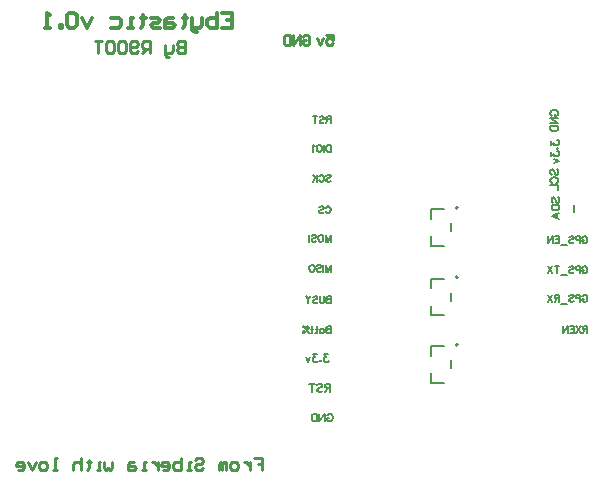
<source format=gbr>
G04*
G04 #@! TF.GenerationSoftware,Altium Limited,Altium Designer,25.5.2 (35)*
G04*
G04 Layer_Color=65535*
%FSLAX44Y44*%
%MOMM*%
G71*
G04*
G04 #@! TF.SameCoordinates,A7D09D84-BF10-4A22-89B3-4961FFB17041*
G04*
G04*
G04 #@! TF.FilePolarity,Positive*
G04*
G01*
G75*
%ADD13C,0.1016*%
%ADD14C,0.2540*%
%ADD15C,0.2000*%
%ADD16C,0.1778*%
%ADD49C,0.1300*%
%ADD50C,0.3000*%
D13*
X275316Y391728D02*
D03*
D14*
X292128Y384204D02*
X293461Y385537D01*
X296127D01*
X297460Y384204D01*
Y378873D01*
X296127Y377540D01*
X293461D01*
X292128Y378873D01*
Y381539D01*
X294794D01*
X289463Y377540D02*
Y385537D01*
X284131Y377540D01*
Y385537D01*
X281465D02*
Y377540D01*
X277467D01*
X276134Y378873D01*
Y384204D01*
X277467Y385537D01*
X281465D01*
X312128D02*
X317460D01*
Y381539D01*
X314794Y382872D01*
X313461D01*
X312128Y381539D01*
Y378873D01*
X313461Y377540D01*
X316127D01*
X317460Y378873D01*
X309463Y382872D02*
X306797Y377540D01*
X304131Y382872D01*
X192460Y380869D02*
Y370872D01*
X187462D01*
X185795Y372538D01*
Y374204D01*
X187462Y375871D01*
X192460D01*
X187462D01*
X185795Y377537D01*
Y379203D01*
X187462Y380869D01*
X192460D01*
X182463Y377537D02*
Y372538D01*
X180797Y370872D01*
X175799D01*
Y369206D01*
X177465Y367540D01*
X179131D01*
X175799Y370872D02*
Y377537D01*
X162470Y370872D02*
Y380869D01*
X157471D01*
X155805Y379203D01*
Y375871D01*
X157471Y374204D01*
X162470D01*
X159137D02*
X155805Y370872D01*
X152473Y372538D02*
X150807Y370872D01*
X147474D01*
X145808Y372538D01*
Y379203D01*
X147474Y380869D01*
X150807D01*
X152473Y379203D01*
Y377537D01*
X150807Y375871D01*
X145808D01*
X137478Y380869D02*
X140810D01*
X142476Y379203D01*
Y372538D01*
X140810Y370872D01*
X137478D01*
X135812Y372538D01*
Y379203D01*
X137478Y380869D01*
X127481D02*
X130813D01*
X132479Y379203D01*
Y372538D01*
X130813Y370872D01*
X127481D01*
X125815Y372538D01*
Y379203D01*
X127481Y380869D01*
X122483D02*
X115818D01*
X119150D01*
Y370872D01*
X250795Y27537D02*
X257460D01*
Y22538D01*
X254128D01*
X257460D01*
Y17540D01*
X247463Y24204D02*
Y17540D01*
Y20872D01*
X245797Y22538D01*
X244131Y24204D01*
X242465D01*
X235800Y17540D02*
X232468D01*
X230802Y19206D01*
Y22538D01*
X232468Y24204D01*
X235800D01*
X237466Y22538D01*
Y19206D01*
X235800Y17540D01*
X227470D02*
Y24204D01*
X225804D01*
X224137Y22538D01*
Y17540D01*
Y22538D01*
X222471Y24204D01*
X220805Y22538D01*
Y17540D01*
X200812Y25871D02*
X202478Y27537D01*
X205810D01*
X207476Y25871D01*
Y24204D01*
X205810Y22538D01*
X202478D01*
X200812Y20872D01*
Y19206D01*
X202478Y17540D01*
X205810D01*
X207476Y19206D01*
X197479Y17540D02*
X194147D01*
X195813D01*
Y24204D01*
X197479D01*
X189149Y27537D02*
Y17540D01*
X184150D01*
X182484Y19206D01*
Y20872D01*
Y22538D01*
X184150Y24204D01*
X189149D01*
X174153Y17540D02*
X177486D01*
X179152Y19206D01*
Y22538D01*
X177486Y24204D01*
X174153D01*
X172487Y22538D01*
Y20872D01*
X179152D01*
X169155Y24204D02*
Y17540D01*
Y20872D01*
X167489Y22538D01*
X165823Y24204D01*
X164157D01*
X159158Y17540D02*
X155826D01*
X157492D01*
Y24204D01*
X159158D01*
X149162D02*
X145829D01*
X144163Y22538D01*
Y17540D01*
X149162D01*
X150828Y19206D01*
X149162Y20872D01*
X144163D01*
X130834Y24204D02*
Y19206D01*
X129168Y17540D01*
X127502Y19206D01*
X125836Y17540D01*
X124170Y19206D01*
Y24204D01*
X120837Y17540D02*
X117505D01*
X119171D01*
Y24204D01*
X120837D01*
X110841Y25871D02*
Y24204D01*
X112507D01*
X109174D01*
X110841D01*
Y19206D01*
X109174Y17540D01*
X104176Y27537D02*
Y17540D01*
Y22538D01*
X102510Y24204D01*
X99178D01*
X97512Y22538D01*
Y17540D01*
X84183D02*
X80850D01*
X82516D01*
Y27537D01*
X84183D01*
X74186Y17540D02*
X70854D01*
X69187Y19206D01*
Y22538D01*
X70854Y24204D01*
X74186D01*
X75852Y22538D01*
Y19206D01*
X74186Y17540D01*
X65855Y24204D02*
X62523Y17540D01*
X59191Y24204D01*
X50860Y17540D02*
X54192D01*
X55858Y19206D01*
Y22538D01*
X54192Y24204D01*
X50860D01*
X49194Y22538D01*
Y20872D01*
X55858D01*
D15*
X423328Y239620D02*
G03*
X423328Y239620I-1000J0D01*
G01*
Y123620D02*
G03*
X423328Y123620I-1000J0D01*
G01*
Y180620D02*
G03*
X423328Y180620I-1000J0D01*
G01*
D16*
X301896Y189941D02*
X302169Y189123D01*
X517594Y165087D02*
X518139Y165632D01*
X532921Y133508D02*
Y139235D01*
X312205Y137053D02*
X312478Y136780D01*
X310070Y115501D02*
X313570D01*
X312478Y136780D02*
X313296Y136508D01*
X501943Y320982D02*
X502580Y321618D01*
X303969Y187214D02*
X304242Y187760D01*
X518139Y139235D02*
X521685D01*
X301787Y161635D02*
X303424Y162181D01*
X307511Y87539D02*
X308147Y87857D01*
X505329Y247689D02*
X505647Y247052D01*
X315751Y210978D02*
Y216705D01*
X305224Y214523D02*
X305496Y215341D01*
X532648Y211071D02*
X532921Y211890D01*
X310133Y160544D02*
Y164635D01*
X508957Y285003D02*
Y285957D01*
X504313Y265393D02*
X505904D01*
X308496Y235108D02*
X309314Y235381D01*
X310133Y315672D02*
Y316217D01*
X531285Y190035D02*
X531830Y189762D01*
X308769Y133508D02*
X309314Y133780D01*
X304647Y86266D02*
X304965Y86584D01*
X306314Y262596D02*
X306860Y262051D01*
X308060Y288542D02*
X308333Y289360D01*
X311387Y185578D02*
Y191305D01*
X306860Y311581D02*
X307678Y311308D01*
X523758Y163178D02*
X524576Y162905D01*
X523485Y139235D02*
X527303Y133508D01*
X302370Y108819D02*
X303325D01*
X504821Y284366D02*
X505139Y283730D01*
X299974Y60250D02*
X300292Y59614D01*
X307514Y189396D02*
X307787Y189941D01*
X505812Y165632D02*
X506630Y165905D01*
X303969Y164362D02*
X304514Y163817D01*
X523485Y187581D02*
X523758Y187308D01*
X509465Y245462D02*
Y246734D01*
X306860Y267233D02*
X307405Y267505D01*
X299605Y211796D02*
Y212614D01*
X523212Y213526D02*
Y214344D01*
X300779Y112319D02*
X301098Y112637D01*
X505267Y268765D02*
X505586Y268129D01*
X307405Y261778D02*
X308496D01*
X304242Y291542D02*
X304514Y292087D01*
X509085Y209708D02*
Y215435D01*
X300461Y111365D02*
X300779Y112319D01*
X508307Y319072D02*
Y320345D01*
X306042Y240017D02*
X306587Y240562D01*
X293551Y133508D02*
X294096Y134053D01*
X529648Y160450D02*
X530194Y160178D01*
X517594Y160996D02*
X518139Y160450D01*
X316901Y59614D02*
X317219Y60250D01*
X317537Y61205D02*
Y62795D01*
X507989Y305645D02*
X508307Y306600D01*
X504503Y277175D02*
X508957Y279084D01*
X298896Y191033D02*
X299442Y191305D01*
X523485Y214890D02*
X523758Y215163D01*
X531285Y215435D02*
X531830Y215163D01*
X518957Y184308D02*
X520048D01*
X502783Y239543D02*
X503102Y238589D01*
X314114Y240835D02*
X314660Y240562D01*
X295732Y139235D02*
X296278D01*
X300696Y317035D02*
X304514D01*
X517594Y214617D02*
X518139Y215163D01*
X312478Y162181D02*
X313296Y161908D01*
X311520Y87539D02*
X312474Y87221D01*
X307951Y216705D02*
X308496Y216432D01*
X315751Y287178D02*
Y292905D01*
X301242Y164362D02*
X302060Y164635D01*
X308465Y88175D02*
X308783Y88811D01*
X504821Y293657D02*
Y294612D01*
X505647Y247052D02*
X506283Y245143D01*
X501767Y270356D02*
X502086Y271311D01*
X315751Y237290D02*
Y238653D01*
X300696Y213705D02*
X302333Y214251D01*
X518685Y212435D02*
X520321Y212981D01*
Y187581D02*
X520867Y187853D01*
X507685Y287548D02*
X508321Y287230D01*
X502722Y264756D02*
X503358Y265074D01*
X309314Y235381D02*
X309860Y235926D01*
X307678Y317035D02*
X308769D01*
X532376Y189217D02*
X532648Y188671D01*
X309860Y134326D02*
X310133Y135144D01*
X304329Y84675D02*
X304965Y84039D01*
X306042Y263142D02*
X306314Y262596D01*
X307787Y287996D02*
X308060Y288542D01*
X309587Y185578D02*
Y191305D01*
X304514Y287996D02*
X305060Y287451D01*
X524576Y162905D02*
X527030D01*
X529103Y137598D02*
Y138144D01*
X303151Y137326D02*
X305060D01*
X508639Y284048D02*
X508957Y285003D01*
X499648Y184308D02*
X503466Y190035D01*
X307242Y189123D02*
X307514Y189396D01*
X505539Y165360D02*
X505812Y165632D01*
X304514Y163271D02*
Y163817D01*
X523758Y187308D02*
X524576Y187035D01*
X507556Y243870D02*
X508511D01*
X306042Y266142D02*
X306314Y266687D01*
X300969Y210978D02*
X302060D01*
X532648Y214072D02*
X532921Y213253D01*
X301734Y112956D02*
X302688D01*
X505586Y268129D02*
X505904Y267811D01*
X308496Y240835D02*
X309314Y240562D01*
X305060Y292633D02*
X305605Y292905D01*
X505539Y215435D02*
X509085D01*
X300461Y110728D02*
X300779Y109774D01*
X507989Y320982D02*
X508307Y320345D01*
X306587Y237563D02*
X307132Y237835D01*
X292460Y133780D02*
X293005Y133508D01*
X529103Y165087D02*
X529648Y165632D01*
X518139Y160450D02*
X518957Y160178D01*
X316264Y58977D02*
X316901Y59614D01*
X312764Y61205D02*
X314355D01*
X501625Y308827D02*
X508307D01*
X504503Y280993D02*
X508957Y279084D01*
X300533Y191305D02*
X301078Y191033D01*
X523758Y212708D02*
X524576Y212435D01*
X531830Y215163D02*
X532376Y214617D01*
X518139Y189762D02*
X518957Y190035D01*
X503102Y238589D02*
X503738Y237952D01*
X312478Y240562D02*
X313024Y240835D01*
X523485Y212981D02*
X523758Y212708D01*
X296005Y137326D02*
X296551D01*
X306860Y313763D02*
X307405Y314035D01*
X523212Y214344D02*
X523485Y214890D01*
X312478Y161635D02*
X313296Y161908D01*
X314355Y65341D02*
X315628D01*
X311933Y263414D02*
X312205Y263960D01*
X313842Y292905D02*
X315751D01*
X302169Y187760D02*
Y189123D01*
X506630Y165905D02*
X509085D01*
X508639Y286912D02*
X508957Y285957D01*
X503358Y265074D02*
X504313Y265393D01*
X311660Y236472D02*
X311933Y235926D01*
X301883Y58659D02*
X304110D01*
X531830Y184580D02*
X532376Y185126D01*
X306860Y133508D02*
Y137326D01*
X304965Y84039D02*
X305920Y83721D01*
X306860Y262051D02*
X307405Y261778D01*
X309314Y212341D02*
X309587Y213160D01*
X304242Y288542D02*
X304514Y287996D01*
X523212Y163996D02*
X523485Y163451D01*
X530466Y139235D02*
X532921D01*
X303969Y133780D02*
X304242Y134599D01*
X502580Y305009D02*
X503216Y304691D01*
X305060Y188305D02*
X306696Y188850D01*
X505266Y164814D02*
X505539Y165360D01*
X303969Y162453D02*
X304242Y162726D01*
X523212Y188126D02*
Y188944D01*
X503102Y244507D02*
X503738Y243870D01*
X314387Y267505D02*
X315205Y267233D01*
X305224Y213160D02*
Y214523D01*
X532376Y210526D02*
X532648Y211071D01*
X300779Y115501D02*
X302688Y112956D01*
X507353Y317800D02*
X507989Y318436D01*
X505904Y267811D02*
X506540Y267492D01*
X309587Y238926D02*
X309860Y239471D01*
X304514Y292087D02*
X305060Y292633D01*
X506903Y212708D02*
X509085D01*
X300779Y109774D02*
X301416Y109138D01*
X305920Y90402D02*
X307192D01*
X507989Y318436D02*
X508307Y319072D01*
X306314Y237290D02*
X306587Y237563D01*
X292187Y134326D02*
X292460Y133780D01*
X530194Y160178D02*
X531285D01*
X517594Y160996D02*
Y161814D01*
X315628Y58659D02*
X316264Y58977D01*
X304965Y90084D02*
X305920Y90402D01*
X507366Y289966D02*
X507685Y289648D01*
X507048Y283094D02*
X508003Y283412D01*
X301078Y191033D02*
X301623Y190487D01*
X524576Y212435D02*
X527030D01*
X528830Y214072D02*
X529103Y214617D01*
X520048Y190035D02*
X520867Y189762D01*
X503738Y237952D02*
X504375Y237634D01*
X314114Y235108D02*
X314660Y235381D01*
X295187Y138144D02*
Y138689D01*
X306587Y313490D02*
X306860Y313763D01*
X523212Y213526D02*
X523485Y212981D01*
X312205Y161362D02*
X312478Y161635D01*
X310883Y83721D02*
X313110Y87221D01*
X311933Y262596D02*
Y263414D01*
X315751Y311308D02*
Y317035D01*
X301896Y186941D02*
X302169Y187760D01*
X517594Y161814D02*
X517867Y162360D01*
X310070Y115501D02*
X311979Y112956D01*
X312205Y134053D02*
X312478Y133780D01*
X503216Y321936D02*
X504171Y322254D01*
X303969Y186396D02*
X304514Y185851D01*
X519503Y136508D02*
X521685D01*
X296452Y108819D02*
X298361Y113274D01*
X531285Y184308D02*
X531830Y184580D01*
X309860Y136508D02*
X310133Y135689D01*
X304329Y85630D02*
X304647Y86266D01*
X305224Y213160D02*
X305496Y212341D01*
X308496Y211251D02*
X309042Y211796D01*
X306696Y287178D02*
X307242Y287451D01*
X523485Y165360D02*
X523758Y165632D01*
X529103Y138144D02*
X529376Y138689D01*
X303424Y133508D02*
X303969Y133780D01*
X501943Y305645D02*
X502580Y305009D01*
X305333Y191305D02*
X306424D01*
X505266Y164269D02*
Y164814D01*
X304242Y162726D02*
X304514Y163271D01*
X523212Y188126D02*
X523485Y187581D01*
X502783Y245462D02*
X503102Y244507D01*
X312478Y267233D02*
X313296Y267505D01*
X300151Y216432D02*
X300969Y216705D01*
X531830Y209981D02*
X532376Y210526D01*
X300779Y115501D02*
X304279D01*
X507353Y321618D02*
X507989Y320982D01*
X507495Y267492D02*
X508131Y268129D01*
X309314Y238653D02*
X309587Y238926D01*
X300805Y292905D02*
X301623Y292087D01*
X503739Y209708D02*
Y215435D01*
X300461Y110728D02*
Y111365D01*
X307192Y90402D02*
X308147Y90084D01*
X306042Y235926D02*
Y236744D01*
X293005Y133508D02*
X293551D01*
X307787Y292087D02*
X308060Y291542D01*
X529103Y160996D02*
X529648Y160450D01*
X518957Y160178D02*
X520048D01*
X313083Y59614D02*
X313719Y58977D01*
X505457Y292703D02*
X506412Y292384D01*
Y283094D02*
X507048D01*
X301623Y190487D02*
X301896Y189941D01*
X527030Y209708D02*
Y215435D01*
X530194D02*
X531285D01*
X505266Y190035D02*
X509085D01*
X504375Y237634D02*
X505329Y237316D01*
X312478Y235381D02*
X313024Y235108D01*
X297096Y137871D02*
Y138417D01*
X306314Y312945D02*
X306587Y313490D01*
X521412Y214072D02*
Y214617D01*
X311933Y159999D02*
Y160817D01*
X310883Y88493D02*
Y89130D01*
X312205Y263960D02*
X312478Y264233D01*
X313296Y317035D02*
X315751D01*
X301078Y185851D02*
X301623Y186396D01*
X523212Y163996D02*
Y164814D01*
X311025Y112956D02*
X311979D01*
X311933Y134599D02*
X312205Y134053D01*
X501625Y310927D02*
X508307D01*
X305333Y185578D02*
X306424D01*
X516339Y133508D02*
Y139235D01*
X315751Y158908D02*
Y164635D01*
X305601Y86902D02*
X307511Y87539D01*
X504821Y293657D02*
X505139Y293021D01*
X503738Y248325D02*
X504375D01*
X502086Y271311D02*
X502722Y271947D01*
X315478Y236472D02*
X315751Y237290D01*
X300151Y213433D02*
X300696Y213705D01*
X518139Y212162D02*
X518685Y212435D01*
Y187035D02*
X520321Y187581D01*
X305605Y287178D02*
X306696D01*
X523212Y164814D02*
X523485Y165360D01*
X529103Y137598D02*
X529376Y137053D01*
X304242Y134599D02*
Y139235D01*
X503216Y304691D02*
X504171Y304373D01*
X315751Y185578D02*
Y191305D01*
X505266Y164269D02*
X505539Y163723D01*
X302060Y164635D02*
X303151D01*
X523758Y189762D02*
X524576Y190035D01*
X502783Y245462D02*
Y246734D01*
X315205Y267233D02*
X315751Y266687D01*
X302060Y216705D02*
X302878Y216432D01*
X529648Y209981D02*
X530194Y209708D01*
X306587Y159726D02*
X307132Y159180D01*
X508639Y296203D02*
X508957Y295248D01*
X508131Y268129D02*
X508449Y269083D01*
X311660Y239471D02*
X311933Y240017D01*
Y315399D02*
X312205Y314854D01*
X303969Y290723D02*
X304242Y291542D01*
X499921Y209708D02*
X503739Y215435D01*
X301416Y109138D02*
X302370Y108819D01*
X308147Y90084D02*
X308783Y89448D01*
X306042Y235926D02*
X306587Y235381D01*
X293278Y135417D02*
X293823Y135144D01*
X308333Y289360D02*
Y290723D01*
X528830Y161541D02*
X529103Y160996D01*
X510885Y158269D02*
X515794D01*
X313719Y58977D02*
X314355Y58659D01*
X505139Y293021D02*
X505457Y292703D01*
X502275Y283412D02*
X504821Y285321D01*
X304110Y58659D02*
Y65341D01*
X299442Y191305D02*
X300533D01*
X521139Y163996D02*
X521412Y164541D01*
X312205Y159453D02*
X312478Y159180D01*
X507176Y184308D02*
Y190035D01*
X505329Y237316D02*
X506920D01*
X314660Y235381D02*
X315205Y235926D01*
X295187Y138689D02*
X295732Y139235D01*
X306314Y312126D02*
X306860Y311581D01*
X521139Y213526D02*
X521412Y214072D01*
X311933Y159999D02*
X312205Y159453D01*
X299974Y63750D02*
X300292Y64386D01*
X311933Y262596D02*
X312478Y262051D01*
Y314581D02*
X313296Y314308D01*
X298078Y186941D02*
X298351Y186396D01*
X310388Y112637D02*
X311025Y112956D01*
X312478Y133780D02*
X313296Y133508D01*
X501625Y315382D02*
X508307Y310927D01*
X305496Y215341D02*
X305769Y215887D01*
X307242Y185851D02*
X307787Y186396D01*
X512521Y133508D02*
X516339Y139235D01*
X313296Y158908D02*
X315751D01*
X305920Y83721D02*
X307192D01*
X502275Y292703D02*
X504821Y294612D01*
X508449Y254702D02*
Y258520D01*
X502722Y271947D02*
X503358D01*
X315205Y235926D02*
X315478Y236472D01*
X294533Y164635D02*
X296714Y161908D01*
X299878Y213160D02*
X300151Y213433D01*
X517867Y211890D02*
X518139Y212162D01*
Y186762D02*
X518685Y187035D01*
X508321Y287230D02*
X508639Y286912D01*
X501767Y262211D02*
X502086Y261574D01*
X308496Y267505D02*
X309042Y267233D01*
X313569Y185578D02*
X315751Y191305D01*
X505539Y163723D02*
X505812Y163451D01*
X301242Y159180D02*
X302060Y158908D01*
X523485Y189490D02*
X523758Y189762D01*
X502783Y232670D02*
X509465Y235216D01*
X315751Y266142D02*
Y266687D01*
X302878Y216432D02*
X303424Y215887D01*
X529103Y210526D02*
X529648Y209981D01*
X306314Y160544D02*
X306587Y159726D01*
X507685Y296839D02*
X508321Y296521D01*
X508131Y271311D02*
X508449Y270356D01*
X311933Y240017D02*
X312478Y240562D01*
X312205Y314854D02*
X312478Y314581D01*
X301623Y292087D02*
X302169Y291814D01*
X505539Y209708D02*
X509085D01*
X306860Y136508D02*
X307405Y137053D01*
X304329Y89448D02*
X304965Y90084D01*
X306042Y236744D02*
X306314Y237290D01*
X293823Y135144D02*
X294096Y134599D01*
X310133Y287178D02*
Y292905D01*
X528830Y161541D02*
Y162360D01*
X520048Y160178D02*
X520867Y160450D01*
X303325Y108819D02*
X304279Y109138D01*
X507685Y290285D02*
X508003Y289966D01*
X502275Y283412D02*
Y286912D01*
X299655Y61205D02*
Y62795D01*
X298078Y189941D02*
X298351Y190487D01*
X520867Y163723D02*
X521139Y163996D01*
X312478Y159180D02*
X313296Y158908D01*
X520867Y187853D02*
X521139Y188126D01*
X506283Y245143D02*
X506602Y244507D01*
X313024Y240835D02*
X314114D01*
X296714Y158908D02*
Y161908D01*
X297805Y189123D02*
X298078Y189941D01*
X520867Y215163D02*
X521412Y214617D01*
X299655Y62795D02*
X299974Y63750D01*
X309860Y263142D02*
X310133Y263960D01*
X313296Y314308D02*
X315751D01*
X297805Y187760D02*
X298078Y186941D01*
X310070Y112319D02*
X310388Y112637D01*
X313296Y133508D02*
X315751D01*
X501625Y315382D02*
X508307D01*
X306860Y216705D02*
X307951D01*
X306424Y185578D02*
X307242Y185851D01*
X512521Y133508D02*
Y139235D01*
X312616Y108819D02*
X313570Y109138D01*
X308783Y88811D02*
Y89448D01*
X502275Y292703D02*
Y296203D01*
X507495Y264756D02*
X508131Y264120D01*
X501767Y269083D02*
Y270356D01*
X311387Y216705D02*
X313569Y210978D01*
X292187Y139235D02*
X292733Y138962D01*
X299605Y212614D02*
X299878Y213160D01*
X532921Y211890D02*
Y213253D01*
X517867Y186490D02*
X518139Y186762D01*
X507874Y237634D02*
X508511Y237952D01*
X501767Y263484D02*
X502086Y264120D01*
X309042Y267233D02*
X309587Y266687D01*
X294543Y113274D02*
X296452Y108819D01*
X529648Y184580D02*
X530194Y184308D01*
X310133Y135144D02*
Y135689D01*
X304329Y84675D02*
Y85630D01*
X305496Y212341D02*
X305769Y211796D01*
X309042D02*
X309314Y212341D01*
X520867Y213253D02*
X521139Y213526D01*
X299655Y61205D02*
X299974Y60250D01*
X309587Y266687D02*
X309860Y266142D01*
X311933Y311308D02*
X313842Y314308D01*
X309752Y111365D02*
X310070Y112319D01*
X312205Y135962D02*
X312478Y136235D01*
X504171Y322254D02*
X505761D01*
X306314Y216432D02*
X306860Y216705D01*
X303969Y186396D02*
Y187214D01*
X518139Y133508D02*
X521685D01*
X313570Y109138D02*
X313888Y109456D01*
X312474Y90402D02*
X315338D01*
X508307Y306600D02*
Y308827D01*
X508131Y264120D02*
X508449Y263484D01*
X299605Y211796D02*
X300151Y211251D01*
X517594Y210526D02*
X518139Y209981D01*
X517594Y185126D02*
X518139Y184580D01*
X506920Y237316D02*
X507874Y237634D01*
X502086Y264120D02*
X502722Y264756D01*
X311933Y266687D02*
X312478Y267233D01*
X295460Y137598D02*
X296005Y137326D01*
X529103Y185126D02*
X529648Y184580D01*
X307951Y133508D02*
X308769D01*
X306210Y58659D02*
Y65341D01*
X305769Y211796D02*
X306314Y211251D01*
X309314Y215341D02*
X309587Y214523D01*
X307242Y287451D02*
X307787Y287996D01*
X523758Y165632D02*
X524576Y165905D01*
X529648Y138962D02*
X530466Y139235D01*
X302878Y133508D02*
X303424D01*
X501625Y306600D02*
Y308827D01*
X312478Y316763D02*
X313296Y317035D01*
X309752Y110728D02*
Y111365D01*
X311933Y137598D02*
X312205Y137053D01*
X506716Y321936D02*
X507353Y321618D01*
X305769Y215887D02*
X306314Y216432D01*
X292187Y139235D02*
X297096Y133508D01*
X528830Y188671D02*
X529103Y189217D01*
X531285Y160178D02*
X531830Y160450D01*
X313888Y109456D02*
X314206Y110092D01*
X312764Y63750D02*
X313083Y64386D01*
X501625Y306600D02*
X501943Y305645D01*
X506858Y260620D02*
X507495Y260938D01*
X300151Y211251D02*
X300969Y210978D01*
X517594Y211344D02*
X517867Y211890D01*
X518139Y184580D02*
X518957Y184308D01*
X502783Y241771D02*
X509465D01*
X502086Y261574D02*
X502722Y260938D01*
X306860Y210978D02*
X307951D01*
X307405Y267505D02*
X308496D01*
X314355Y58659D02*
X315628D01*
X528830Y185671D02*
X529103Y185126D01*
X311933Y162999D02*
X312205Y162453D01*
X301883Y65341D02*
X304110D01*
X306314Y211251D02*
X306860Y210978D01*
X311387D02*
Y216705D01*
X313024Y292633D02*
X313842Y292905D01*
X518139Y165632D02*
X518957Y165905D01*
X529376Y138689D02*
X529648Y138962D01*
X299987Y133780D02*
X300260Y134599D01*
X502580Y321618D02*
X503216Y321936D01*
X313296Y164635D02*
X315751D01*
X505812Y163451D02*
X506630Y163178D01*
X301242Y161362D02*
X301787Y161635D01*
X523212Y188944D02*
X523485Y189490D01*
X507238Y231080D02*
Y234261D01*
X313296Y267505D02*
X314387D01*
X303151Y214796D02*
X303424Y215341D01*
X528830Y211071D02*
X529103Y210526D01*
X306314Y160544D02*
Y164635D01*
X507048Y292384D02*
X508003Y292703D01*
X506540Y267492D02*
X507495D01*
X309314Y240562D02*
X309860Y240017D01*
X307405Y314035D02*
X309042Y314581D01*
X300805Y287178D02*
Y292905D01*
X518139Y215163D02*
X518957Y215435D01*
X307405Y137053D02*
X307951Y137326D01*
X310883Y89130D02*
X311201Y89766D01*
X306587Y240562D02*
X307405Y240835D01*
X292187Y134871D02*
X292733Y135417D01*
X311933Y290723D02*
X312205Y291542D01*
X528830Y162360D02*
X530194D01*
X532921D02*
Y163723D01*
X304279Y109138D02*
X304597Y109456D01*
X507366Y289966D02*
X507685Y290285D01*
X503995Y271629D02*
X504313Y271311D01*
X312764Y60250D02*
X313083Y59614D01*
X307242Y191033D02*
X307787Y190487D01*
X520321Y163451D02*
X520867Y163723D01*
X312205Y164090D02*
X312478Y164362D01*
X520867Y189762D02*
X521412Y189217D01*
X506602Y244507D02*
X506920Y244189D01*
X315478Y265596D02*
X315751Y266142D01*
X312205Y316490D02*
X312478Y316763D01*
X297805Y187760D02*
Y189123D01*
X311933Y137598D02*
Y138144D01*
X506716Y317482D02*
X507353Y317800D01*
X313296Y261778D02*
X314387D01*
X296714Y161908D02*
X298896Y164635D01*
X531830Y189762D02*
X532376Y189217D01*
X531285Y165905D02*
X531830Y165632D01*
X313296Y136508D02*
X315751D01*
X313083Y64386D02*
X313719Y65023D01*
X505761Y304373D02*
X506716Y304691D01*
X508131Y261574D02*
X508449Y262211D01*
X302060Y210978D02*
X302878Y211251D01*
X517594Y210526D02*
Y211344D01*
X520048Y184308D02*
X520867Y184580D01*
X508511Y237952D02*
X509147Y238589D01*
X501767Y262211D02*
Y263484D01*
X313024Y235108D02*
X314114D01*
X296551Y137326D02*
X297096Y137871D01*
X309587Y311581D02*
X310133Y312126D01*
X528830Y185671D02*
Y186490D01*
X312205Y162453D02*
X312478Y162181D01*
X300928Y65023D02*
X301883Y65341D01*
X309587Y213160D02*
Y214523D01*
X312478Y292087D02*
X313024Y292633D01*
X518957Y165905D02*
X520048D01*
X529376Y137053D02*
X529648Y136780D01*
X299442Y133508D02*
X299987Y133780D01*
X501625Y319072D02*
Y320345D01*
X312478Y164362D02*
X313296Y164635D01*
X505266Y160178D02*
X507176Y163178D01*
X300969Y161090D02*
X301242Y161362D01*
X524576Y190035D02*
X527030D01*
X502783Y232670D02*
X509465Y230125D01*
X309314Y137053D02*
X309860Y136508D01*
X303424Y215341D02*
Y215887D01*
X528830Y211071D02*
Y211890D01*
X309860Y159726D02*
X310133Y160544D01*
X508003Y292703D02*
X508639Y293339D01*
X507495Y271947D02*
X508131Y271311D01*
X309860Y239471D02*
Y240017D01*
X309587Y314854D02*
X309860Y315126D01*
X305060Y287451D02*
X305605Y287178D01*
X520048Y215435D02*
X520867Y215163D01*
X307951Y137326D02*
X308769D01*
X311201Y89766D02*
X311520Y90084D01*
X306587Y235381D02*
X307405Y235108D01*
X292733Y135417D02*
X293278D01*
X311933Y289360D02*
X312205Y288542D01*
X528830Y164541D02*
X529103Y165087D01*
X532648Y164541D02*
X532921Y163723D01*
X304597Y109456D02*
X304916Y110092D01*
X507685Y289648D02*
X508003Y289966D01*
X503358Y271947D02*
X503995Y271629D01*
X312764Y60250D02*
Y61205D01*
X303969Y190487D02*
X304514Y191033D01*
X518685Y162905D02*
X520321Y163451D01*
X303151Y158908D02*
X303969Y159180D01*
X521412Y188671D02*
Y189217D01*
X506920Y244189D02*
X507556Y243870D01*
X315205Y265324D02*
X315478Y265596D01*
X311933Y315944D02*
X312205Y316490D01*
X298351Y186396D02*
X298896Y185851D01*
X520321Y212981D02*
X520867Y213253D01*
X300292Y64386D02*
X300928Y65023D01*
X309860Y266142D02*
X310133Y265324D01*
X505761Y317482D02*
Y319072D01*
X315205Y262051D02*
X315751Y262596D01*
X293551Y138689D02*
X294369D01*
X532648Y188671D02*
X532921Y187853D01*
X531830Y165632D02*
X532376Y165087D01*
X313296Y139235D02*
X315751D01*
X313719Y65023D02*
X314355Y65341D01*
X506716Y304691D02*
X507353Y305009D01*
X507495Y260938D02*
X508131Y261574D01*
X302878Y211251D02*
X303424Y211796D01*
X518139Y209981D02*
X518957Y209708D01*
X520867Y184580D02*
X521412Y185126D01*
X509147Y238589D02*
X509465Y239543D01*
X502086Y268129D02*
X502722Y267492D01*
X314660Y240562D02*
X315205Y240017D01*
X296823Y138962D02*
X297096Y138417D01*
X307678Y311308D02*
X308769D01*
X528830Y186490D02*
X530194D01*
X311933Y160817D02*
X312205Y161362D01*
X300002Y83721D02*
Y90402D01*
X308496Y216432D02*
X309042Y215887D01*
X312478Y287996D02*
X313024Y287451D01*
X520867Y165632D02*
X521412Y165087D01*
X529648Y136780D02*
X530466Y136508D01*
X300260Y134599D02*
Y139235D01*
X501625Y320345D02*
X501943Y320982D01*
X313296Y161908D02*
X315751D01*
X499648Y160178D02*
X503466Y165905D01*
X300696Y160544D02*
X300969Y161090D01*
X524576Y187035D02*
X527030D01*
X503102Y247689D02*
X503738Y248325D01*
X311933Y135417D02*
X312205Y135962D01*
X302878Y214523D02*
X303151Y214796D01*
X528830Y211890D02*
X530194D01*
X309314Y159180D02*
X309860Y159726D01*
X508639Y293339D02*
X508957Y294294D01*
X508449Y269083D02*
Y270356D01*
X307405Y240835D02*
X308496D01*
X309042Y314581D02*
X309587Y314854D01*
X307242Y292633D02*
X307787Y292087D01*
X499921Y209708D02*
Y215435D01*
X308769Y137326D02*
X309314Y137053D01*
X297774Y90402D02*
X302229D01*
X307132Y237835D02*
X308769Y238381D01*
X292187Y134326D02*
Y134871D01*
X312205Y291542D02*
X312478Y292087D01*
X527030Y160178D02*
Y165905D01*
X532376Y160996D02*
X532648Y161541D01*
X307334Y110410D02*
X307652Y110092D01*
X505457Y283412D02*
X506412Y283094D01*
X310664Y58659D02*
Y65341D01*
X304514Y191033D02*
X305333Y191305D01*
X518139Y162632D02*
X518685Y162905D01*
X303969Y159180D02*
X304514Y159726D01*
X517594Y189217D02*
X518139Y189762D01*
X509147Y247689D02*
X509465Y246734D01*
X314660Y265051D02*
X315205Y265324D01*
X311933Y315399D02*
Y315944D01*
X301623Y186396D02*
X301896Y186941D01*
X520048Y209708D02*
X520867Y209981D01*
X316901Y64386D02*
X317219Y63750D01*
X310133Y263960D02*
Y265324D01*
X303969Y289360D02*
X304242Y288542D01*
X309752Y110728D02*
X310070Y109774D01*
X532921Y186490D02*
Y187853D01*
X532376Y165087D02*
X532648Y164541D01*
X315751Y133508D02*
Y139235D01*
X312474Y87221D02*
X315338D01*
X504171Y304373D02*
X505761D01*
X508449Y262211D02*
Y263484D01*
X297805Y210978D02*
Y216705D01*
X524576Y215435D02*
X527030D01*
X529103Y214617D02*
X529648Y215163D01*
X517594Y185126D02*
Y185944D01*
X509465Y239543D02*
Y241771D01*
X501767Y269083D02*
X502086Y268129D01*
X315205Y240017D02*
X315478Y239471D01*
X521685Y236378D02*
Y242105D01*
X296278Y139235D02*
X296823Y138962D01*
X308769Y311308D02*
X309587Y311581D01*
X530194Y190035D02*
X531285D01*
X311933Y162999D02*
Y163544D01*
X310883Y88493D02*
X311201Y87857D01*
X309042Y215887D02*
X309314Y215341D01*
X313024Y287451D02*
X313842Y287178D01*
X506630Y163178D02*
X509085D01*
X529103Y133508D02*
X531012Y136508D01*
X298896Y133508D02*
X299442D01*
X501625Y319072D02*
X501943Y318436D01*
X304514Y188032D02*
X305060Y188305D01*
X509085Y160178D02*
Y165905D01*
X300696Y159726D02*
Y160544D01*
X308147Y87857D02*
X308465Y88175D01*
X502783Y246734D02*
X503102Y247689D01*
X312478Y136235D02*
X313296Y136508D01*
X299605Y215887D02*
X300151Y216432D01*
X531285Y209708D02*
X531830Y209981D01*
X307132Y159180D02*
X307951Y158908D01*
X508321Y296521D02*
X508639Y296203D01*
X501767Y258520D02*
X508449D01*
X308769Y238381D02*
X309314Y238653D01*
X309860Y315126D02*
X310133Y315672D01*
X530194Y184308D02*
X531285D01*
X309314Y133780D02*
X309860Y134326D01*
X311520Y90084D02*
X312474Y90402D01*
X300424Y267505D02*
X304242Y263687D01*
X294369Y138689D02*
X295187Y138962D01*
X311933Y289360D02*
Y290723D01*
X306314Y312126D02*
Y312945D01*
X530194Y165905D02*
X531285D01*
X531830Y160450D02*
X532376Y160996D01*
X307015Y110092D02*
X307334Y109774D01*
X508003Y283412D02*
X508639Y284048D01*
X306210Y58659D02*
X310664Y65341D01*
X306424Y191305D02*
X307242Y191033D01*
X517867Y162360D02*
X518139Y162632D01*
X303424Y162181D02*
X303969Y162453D01*
X521139Y188126D02*
X521412Y188671D01*
X508511Y248325D02*
X509147Y247689D01*
X313024Y264505D02*
X314660Y265051D01*
X300533Y185578D02*
X301078Y185851D01*
X518957Y209708D02*
X520048D01*
X311933Y138144D02*
X312205Y138689D01*
X315628Y65341D02*
X316264Y65023D01*
X309587Y262596D02*
X309860Y263142D01*
X305605Y292905D02*
X306696D01*
X310070Y109774D02*
X310706Y109138D01*
X312205Y138689D02*
X312478Y138962D01*
X317219Y60250D02*
X317537Y61205D01*
X315338Y83721D02*
Y90402D01*
X507353Y305009D02*
X507989Y305645D01*
X506858Y265074D02*
X507495Y264756D01*
X298351Y190487D02*
X298896Y191033D01*
X523758Y215163D02*
X524576Y215435D01*
X529648Y215163D02*
X530194Y215435D01*
X517594Y185944D02*
X517867Y186490D01*
X502783Y239543D02*
Y241771D01*
X315478Y239471D02*
X315751Y238653D01*
X295187Y138962D02*
X295732Y139235D01*
X302605Y311308D02*
Y317035D01*
X532376Y185126D02*
X532648Y185671D01*
X311933Y163544D02*
X312205Y164090D01*
X311201Y87857D02*
X311520Y87539D01*
X307951Y210978D02*
X308496Y211251D01*
X313842Y287178D02*
X315751D01*
X520048Y165905D02*
X520867Y165632D01*
X530466Y136508D02*
X532921D01*
X299169Y137326D02*
X301078D01*
X501943Y318436D02*
X502580Y317800D01*
X304514Y185851D02*
X305333Y185578D01*
X499648Y165905D02*
X503466Y160178D01*
X300696Y163817D02*
X301242Y164362D01*
X307192Y83721D02*
X308147Y84039D01*
X504375Y248325D02*
X505011Y248007D01*
X311933Y134599D02*
Y135417D01*
X302333Y214251D02*
X302878Y214523D01*
X530194Y209708D02*
X531285D01*
X308496Y158908D02*
X309314Y159180D01*
X508957Y294294D02*
Y295248D01*
X502722Y260938D02*
X503358Y260620D01*
X307405Y235108D02*
X308496D01*
X308769Y317035D02*
X309587Y316763D01*
X529103Y189217D02*
X529648Y189762D01*
X307405Y133780D02*
X307951Y133508D01*
X300928Y58977D02*
X301883Y58659D01*
X300424Y261778D02*
X302878Y265051D01*
X292733Y138962D02*
X293551Y138689D01*
X312205Y288542D02*
X312478Y287996D01*
X306314Y316217D02*
X306860Y316763D01*
X524576Y165905D02*
X527030D01*
X532648Y161541D02*
X532921Y162360D01*
X307334Y109774D02*
X307652Y110092D01*
X505139Y283730D02*
X505457Y283412D01*
X300292Y59614D02*
X300928Y58977D01*
X307787Y189941D02*
Y190487D01*
X520867Y160450D02*
X521412Y160996D01*
X302060Y158908D02*
X303151D01*
X518957Y190035D02*
X520048D01*
X508511Y243870D02*
X509147Y244507D01*
X312478Y264233D02*
X313024Y264505D01*
X298896Y185851D02*
X299442Y185578D01*
X520867Y209981D02*
X521412Y210526D01*
X312478Y138962D02*
X313296Y139235D01*
X317219Y63750D02*
X317537Y62795D01*
X504313Y271311D02*
X504631Y270674D01*
X308496Y261778D02*
X309042Y262051D01*
X306696Y292905D02*
X307242Y292633D01*
X532648Y185671D02*
X532921Y186490D01*
X310706Y109138D02*
X311661Y108819D01*
X505761Y317482D02*
X506716D01*
X312478Y262051D02*
X313296Y261778D01*
X295187Y138144D02*
X295460Y137598D01*
X502580Y317800D02*
X503216Y317482D01*
X304242Y187760D02*
X304514Y188032D01*
X521685Y133508D02*
Y139235D01*
X300696Y159726D02*
X301242Y159180D01*
X308147Y84039D02*
X308783Y84675D01*
X505011Y248007D02*
X505329Y247689D01*
X313569Y210978D02*
X315751Y216705D01*
X300969D02*
X302060D01*
X532376Y214617D02*
X532648Y214072D01*
X307951Y158908D02*
X308496D01*
X506412Y292384D02*
X507048D01*
X505904Y265393D02*
X506858Y265074D01*
X311933Y235926D02*
X312478Y235381D01*
X309587Y316763D02*
X310133Y316217D01*
X529648Y189762D02*
X530194Y190035D01*
X306860Y134326D02*
X307405Y133780D01*
X304965Y86584D02*
X305601Y86902D01*
X304242Y261778D02*
Y267505D01*
X308060Y291542D02*
X308333Y290723D01*
X311387Y191305D02*
X313569Y185578D01*
X306860Y316763D02*
X307678Y317035D01*
X523485Y163451D02*
X523758Y163178D01*
X523485Y133508D02*
X527303Y139235D01*
X307015Y110092D02*
X307334Y110410D01*
X504821Y284366D02*
Y285321D01*
X499648Y190035D02*
X503466Y184308D01*
X306696Y188850D02*
X307242Y189123D01*
X521412Y164541D02*
Y165087D01*
X303151Y164635D02*
X303969Y164362D01*
X527030Y184308D02*
Y190035D01*
X509147Y244507D02*
X509465Y245462D01*
X306314Y266687D02*
X306860Y267233D01*
X299442Y185578D02*
X300533D01*
X518957Y215435D02*
X520048D01*
X301098Y112637D02*
X301734Y112956D01*
X316264Y65023D02*
X316901Y64386D01*
X504631Y270674D02*
X505267Y268765D01*
X309042Y262051D02*
X309587Y262596D01*
X303969Y289360D02*
Y290723D01*
X510885Y207799D02*
X515794D01*
X311661Y108819D02*
X312616D01*
X505761Y322254D02*
X506716Y321936D01*
X314387Y261778D02*
X315205Y262051D01*
X294096Y134053D02*
Y134599D01*
X529648Y165632D02*
X530194Y165905D01*
X510885Y182399D02*
X515794D01*
D49*
X400410Y230375D02*
Y238500D01*
Y207500D02*
Y215625D01*
Y207500D02*
X411685D01*
X400410Y238500D02*
X411685D01*
X418010Y219500D02*
Y226500D01*
X400410Y114375D02*
Y122500D01*
Y91500D02*
Y99625D01*
Y91500D02*
X411685D01*
X400410Y122500D02*
X411685D01*
X418010Y103500D02*
Y110500D01*
X400410Y171375D02*
Y179500D01*
Y148500D02*
Y156625D01*
Y148500D02*
X411685D01*
X400410Y179500D02*
X411685D01*
X418010Y160500D02*
Y167500D01*
D50*
X223669Y404661D02*
X232000D01*
Y392165D01*
X223669D01*
X232000Y398413D02*
X227835D01*
X219504Y404661D02*
Y392165D01*
X213256D01*
X211173Y394248D01*
Y396331D01*
Y398413D01*
X213256Y400496D01*
X219504D01*
X207008D02*
Y394248D01*
X204925Y392165D01*
X198678D01*
Y390083D01*
X200760Y388000D01*
X202843D01*
X198678Y392165D02*
Y400496D01*
X192430Y402579D02*
Y400496D01*
X194512D01*
X190347D01*
X192430D01*
Y394248D01*
X190347Y392165D01*
X182016Y400496D02*
X177851D01*
X175768Y398413D01*
Y392165D01*
X182016D01*
X184099Y394248D01*
X182016Y396331D01*
X175768D01*
X171603Y392165D02*
X165355D01*
X163272Y394248D01*
X165355Y396331D01*
X169520D01*
X171603Y398413D01*
X169520Y400496D01*
X163272D01*
X157024Y402579D02*
Y400496D01*
X159107D01*
X154942D01*
X157024D01*
Y394248D01*
X154942Y392165D01*
X148694D02*
X144528D01*
X146611D01*
Y400496D01*
X148694D01*
X129950D02*
X136198D01*
X138280Y398413D01*
Y394248D01*
X136198Y392165D01*
X129950D01*
X113288Y400496D02*
X109123Y392165D01*
X104958Y400496D01*
X100793Y402579D02*
X98710Y404661D01*
X94544D01*
X92462Y402579D01*
Y394248D01*
X94544Y392165D01*
X98710D01*
X100793Y394248D01*
Y402579D01*
X88296Y392165D02*
Y394248D01*
X86214D01*
Y392165D01*
X88296D01*
X77883D02*
X73718D01*
X75801D01*
Y404661D01*
X77883Y402579D01*
M02*

</source>
